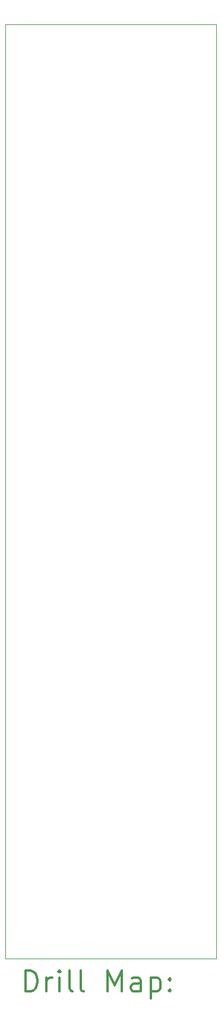
<source format=gbr>
%FSLAX45Y45*%
G04 Gerber Fmt 4.5, Leading zero omitted, Abs format (unit mm)*
G04 Created by KiCad (PCBNEW (5.1.9)-1) date 2021-10-16 13:20:28*
%MOMM*%
%LPD*%
G01*
G04 APERTURE LIST*
%TA.AperFunction,Profile*%
%ADD10C,0.050000*%
%TD*%
%ADD11C,0.200000*%
%ADD12C,0.300000*%
G04 APERTURE END LIST*
D10*
X6200000Y-15800000D02*
X6200000Y-15100000D01*
X9200000Y-15800000D02*
X6200000Y-15800000D01*
X9200000Y-2500000D02*
X9200000Y-15800000D01*
X6200000Y-2500000D02*
X9200000Y-2500000D01*
X6200000Y-2500000D02*
X6200000Y-15100000D01*
D11*
D12*
X6483928Y-16268214D02*
X6483928Y-15968214D01*
X6555357Y-15968214D01*
X6598214Y-15982500D01*
X6626786Y-16011071D01*
X6641071Y-16039643D01*
X6655357Y-16096786D01*
X6655357Y-16139643D01*
X6641071Y-16196786D01*
X6626786Y-16225357D01*
X6598214Y-16253929D01*
X6555357Y-16268214D01*
X6483928Y-16268214D01*
X6783928Y-16268214D02*
X6783928Y-16068214D01*
X6783928Y-16125357D02*
X6798214Y-16096786D01*
X6812500Y-16082500D01*
X6841071Y-16068214D01*
X6869643Y-16068214D01*
X6969643Y-16268214D02*
X6969643Y-16068214D01*
X6969643Y-15968214D02*
X6955357Y-15982500D01*
X6969643Y-15996786D01*
X6983928Y-15982500D01*
X6969643Y-15968214D01*
X6969643Y-15996786D01*
X7155357Y-16268214D02*
X7126786Y-16253929D01*
X7112500Y-16225357D01*
X7112500Y-15968214D01*
X7312500Y-16268214D02*
X7283928Y-16253929D01*
X7269643Y-16225357D01*
X7269643Y-15968214D01*
X7655357Y-16268214D02*
X7655357Y-15968214D01*
X7755357Y-16182500D01*
X7855357Y-15968214D01*
X7855357Y-16268214D01*
X8126786Y-16268214D02*
X8126786Y-16111071D01*
X8112500Y-16082500D01*
X8083928Y-16068214D01*
X8026786Y-16068214D01*
X7998214Y-16082500D01*
X8126786Y-16253929D02*
X8098214Y-16268214D01*
X8026786Y-16268214D01*
X7998214Y-16253929D01*
X7983928Y-16225357D01*
X7983928Y-16196786D01*
X7998214Y-16168214D01*
X8026786Y-16153929D01*
X8098214Y-16153929D01*
X8126786Y-16139643D01*
X8269643Y-16068214D02*
X8269643Y-16368214D01*
X8269643Y-16082500D02*
X8298214Y-16068214D01*
X8355357Y-16068214D01*
X8383928Y-16082500D01*
X8398214Y-16096786D01*
X8412500Y-16125357D01*
X8412500Y-16211071D01*
X8398214Y-16239643D01*
X8383928Y-16253929D01*
X8355357Y-16268214D01*
X8298214Y-16268214D01*
X8269643Y-16253929D01*
X8541071Y-16239643D02*
X8555357Y-16253929D01*
X8541071Y-16268214D01*
X8526786Y-16253929D01*
X8541071Y-16239643D01*
X8541071Y-16268214D01*
X8541071Y-16082500D02*
X8555357Y-16096786D01*
X8541071Y-16111071D01*
X8526786Y-16096786D01*
X8541071Y-16082500D01*
X8541071Y-16111071D01*
M02*

</source>
